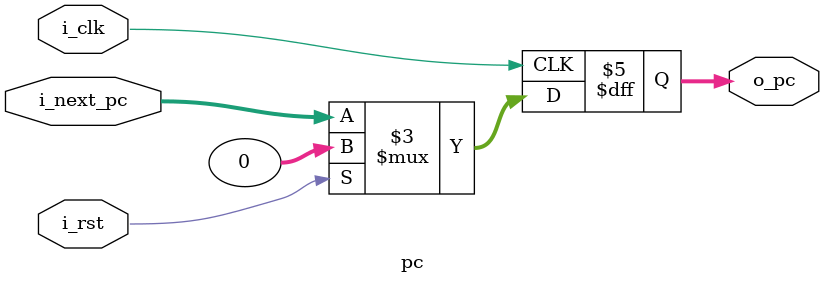
<source format=v>
`default_nettype none
module pc #(
    parameter RESET_ADDR = 32'h00000000
)(
    input  wire        i_clk,
    input  wire        i_rst,       // synchronous active-high reset (per dff.v)
    input  wire [31:0] i_next_pc,
    output reg  [31:0] o_pc
);
    always @(posedge i_clk) begin
        if (i_rst) begin
            o_pc <= RESET_ADDR;
        end else begin
            o_pc <= i_next_pc;
        end
    end
endmodule
`default_nettype wire
</source>
